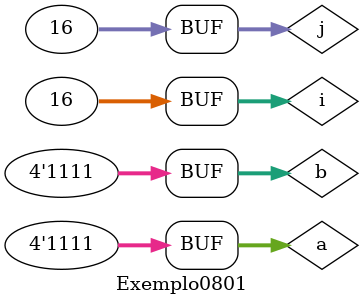
<source format=v>
/*
Arquitetura de Computadores I - Pucminas
Pedro Henrique Lima Carvalho
Matricula: 651230
Turno: Tarde
Guia 08
Exemplo0801
*/
module halfadder (output s0, carry_out, input a, b);
xor XOR1 (s0, a, b);
and AND1 (carry_out, a, b);
endmodule

module fulladder (output s, carry_out, input a, b, carry_in);
wire out_adder1, cout_adder1, cout_adder2;
halfadder Adder1 (out_adder1, cout_adder1, a, b);
halfadder Adder2 (s, cout_adder2, out_adder1, carry_in);
or OR1(carry_out, cout_adder1, cout_adder2);
endmodule

module Exemplo0801;

//definicoes
integer i, j;
reg[3:0] a, b;
wire[4:0] s;
wire out_fa1, cout_fa1, out_fa2, cout_fa2, out_fa3, cout_fa3, out_fa4, cout_fa4;

fulladder FA1 (s[0], cout_fa1, a[0], b[0], 1'b0);
fulladder FA2 (s[1], cout_fa2, a[1], b[1], cout_fa1);
fulladder FA3 (s[2], cout_fa3, a[2], b[2], cout_fa2);
fulladder FA4 (s[3], s[4], a[3], b[3], cout_fa3);


initial
begin: main
$display("Exemplo_0801");
$display("Pedro Henrique Lima Carvalho 651230");
$display("       binario      |    decimal");

a=0; b=0;

//monitor
#1 $monitor("%b + %b = %b | %d + %d = %d ", a, b, s, a, b, s);

for (i = 0; i < 16; i=i+1) begin
  for (j = 0; j < 16; j=j+1) begin
    #1 a=i; b=j;
  end
end
end
endmodule

</source>
